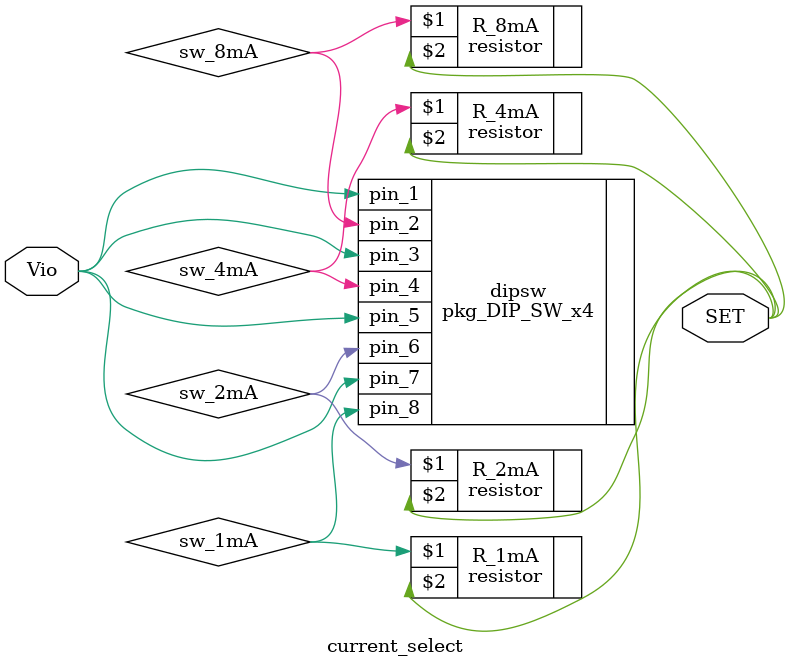
<source format=v>
module current_select (Vio, SET);

input Vio;
output SET;

wire sw_1mA, sw_2mA, sw_4mA, sw_8mA;

pkg_DIP_SW_x4 dipsw (	.pin_1(Vio),
			.pin_2(sw_8mA),
			.pin_3(Vio),
			.pin_4(sw_4mA),
			.pin_5(Vio),
			.pin_6(sw_2mA),
			.pin_7(Vio),
			.pin_8(sw_1mA)
	);

resistor R_1mA (sw_1mA, SET);
resistor R_2mA (sw_2mA, SET);
resistor R_4mA (sw_4mA, SET);
resistor R_8mA (sw_8mA, SET);

endmodule

</source>
